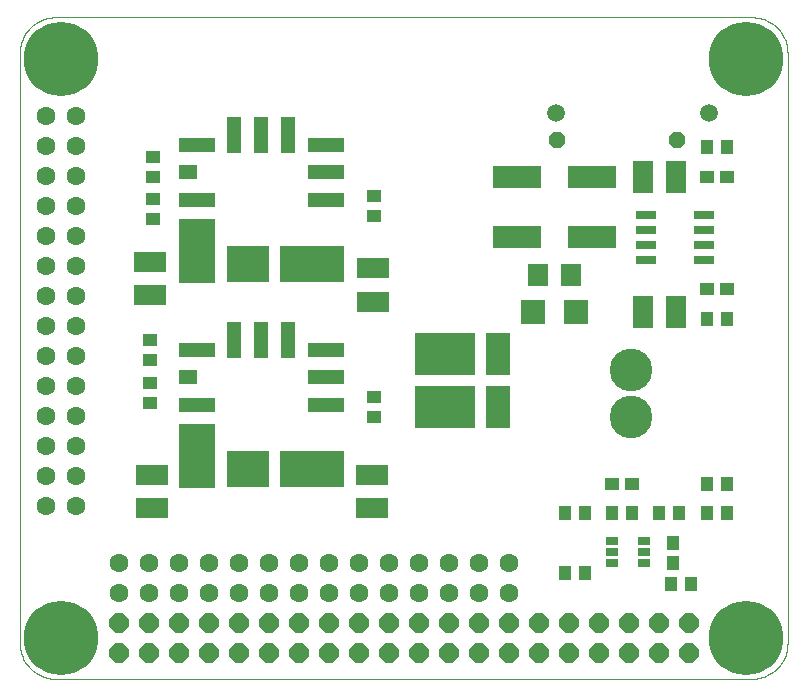
<source format=gts>
G75*
%MOIN*%
%OFA0B0*%
%FSLAX24Y24*%
%IPPOS*%
%LPD*%
%AMOC8*
5,1,8,0,0,1.08239X$1,22.5*
%
%ADD10C,0.0039*%
%ADD11R,0.0678X0.0276*%
%ADD12R,0.0434X0.0473*%
%ADD13OC8,0.0520*%
%ADD14R,0.0670X0.1103*%
%ADD15R,0.0670X0.0749*%
%ADD16R,0.0473X0.0434*%
%ADD17R,0.1615X0.0749*%
%ADD18R,0.0827X0.0827*%
%ADD19R,0.2009X0.1418*%
%ADD20R,0.0827X0.1418*%
%ADD21R,0.1221X0.0512*%
%ADD22R,0.2123X0.1221*%
%ADD23R,0.1414X0.1221*%
%ADD24R,0.1221X0.2123*%
%ADD25R,0.0512X0.1221*%
%ADD26R,0.0631X0.0512*%
%ADD27R,0.1103X0.0670*%
%ADD28C,0.1418*%
%ADD29C,0.2481*%
%ADD30OC8,0.0640*%
%ADD31C,0.0631*%
%ADD32R,0.0434X0.0257*%
%ADD33C,0.0591*%
D10*
X008983Y003305D02*
X008983Y022990D01*
X008985Y023056D01*
X008990Y023122D01*
X009000Y023188D01*
X009013Y023253D01*
X009029Y023317D01*
X009049Y023380D01*
X009073Y023442D01*
X009100Y023502D01*
X009130Y023561D01*
X009164Y023618D01*
X009201Y023673D01*
X009241Y023726D01*
X009283Y023777D01*
X009329Y023825D01*
X009377Y023871D01*
X009428Y023913D01*
X009481Y023953D01*
X009536Y023990D01*
X009593Y024024D01*
X009652Y024054D01*
X009712Y024081D01*
X009774Y024105D01*
X009837Y024125D01*
X009901Y024141D01*
X009966Y024154D01*
X010032Y024164D01*
X010098Y024169D01*
X010164Y024171D01*
X033393Y024171D01*
X033459Y024169D01*
X033525Y024164D01*
X033591Y024154D01*
X033656Y024141D01*
X033720Y024125D01*
X033783Y024105D01*
X033845Y024081D01*
X033905Y024054D01*
X033964Y024024D01*
X034021Y023990D01*
X034076Y023953D01*
X034129Y023913D01*
X034180Y023871D01*
X034228Y023825D01*
X034274Y023777D01*
X034316Y023726D01*
X034356Y023673D01*
X034393Y023618D01*
X034427Y023561D01*
X034457Y023502D01*
X034484Y023442D01*
X034508Y023380D01*
X034528Y023317D01*
X034544Y023253D01*
X034557Y023188D01*
X034567Y023122D01*
X034572Y023056D01*
X034574Y022990D01*
X034574Y003305D01*
X034572Y003239D01*
X034567Y003173D01*
X034557Y003107D01*
X034544Y003042D01*
X034528Y002978D01*
X034508Y002915D01*
X034484Y002853D01*
X034457Y002793D01*
X034427Y002734D01*
X034393Y002677D01*
X034356Y002622D01*
X034316Y002569D01*
X034274Y002518D01*
X034228Y002470D01*
X034180Y002424D01*
X034129Y002382D01*
X034076Y002342D01*
X034021Y002305D01*
X033964Y002271D01*
X033905Y002241D01*
X033845Y002214D01*
X033783Y002190D01*
X033720Y002170D01*
X033656Y002154D01*
X033591Y002141D01*
X033525Y002131D01*
X033459Y002126D01*
X033393Y002124D01*
X010164Y002124D01*
X010098Y002126D01*
X010032Y002131D01*
X009966Y002141D01*
X009901Y002154D01*
X009837Y002170D01*
X009774Y002190D01*
X009712Y002214D01*
X009652Y002241D01*
X009593Y002271D01*
X009536Y002305D01*
X009481Y002342D01*
X009428Y002382D01*
X009377Y002424D01*
X009329Y002470D01*
X009283Y002518D01*
X009241Y002569D01*
X009201Y002622D01*
X009164Y002677D01*
X009130Y002734D01*
X009100Y002793D01*
X009073Y002853D01*
X009049Y002915D01*
X009029Y002978D01*
X009013Y003042D01*
X009000Y003107D01*
X008990Y003173D01*
X008985Y003239D01*
X008983Y003305D01*
D11*
X029851Y016101D03*
X029851Y016601D03*
X029851Y017101D03*
X029851Y017601D03*
X031773Y017601D03*
X031773Y017101D03*
X031773Y016601D03*
X031773Y016101D03*
D12*
X031877Y014132D03*
X032546Y014132D03*
X032546Y008620D03*
X031877Y008620D03*
X031877Y007636D03*
X032546Y007636D03*
X030971Y007636D03*
X030302Y007636D03*
X029397Y007636D03*
X028727Y007636D03*
X027822Y007636D03*
X027153Y007636D03*
X027153Y005667D03*
X027822Y005667D03*
X030696Y005274D03*
X031365Y005274D03*
X030760Y005972D03*
X030760Y006642D03*
X031877Y019840D03*
X032546Y019840D03*
D13*
X030873Y020101D03*
X026873Y020101D03*
D14*
X029761Y018851D03*
X030863Y018851D03*
X030863Y014351D03*
X029761Y014351D03*
D15*
X027363Y015601D03*
X026261Y015601D03*
D16*
X031877Y015116D03*
X032546Y015116D03*
X032546Y018856D03*
X031877Y018856D03*
X020794Y018207D03*
X020794Y017537D03*
X013432Y017459D03*
X013432Y018128D03*
X013432Y018837D03*
X013432Y019506D03*
X013314Y013433D03*
X013314Y012764D03*
X013314Y011981D03*
X013314Y011312D03*
X020794Y011514D03*
X020794Y010844D03*
X028727Y008620D03*
X029397Y008620D03*
D17*
X028062Y016867D03*
X028062Y018836D03*
X025562Y018836D03*
X025562Y016867D03*
D18*
X026103Y014351D03*
X027521Y014351D03*
D19*
X023156Y012951D03*
X023156Y011179D03*
D20*
X024928Y011179D03*
X024928Y012951D03*
D21*
X019189Y013071D03*
X019189Y012169D03*
X019189Y011268D03*
X014874Y011268D03*
X014874Y013071D03*
X014874Y018102D03*
X014874Y019905D03*
X019189Y019905D03*
X019189Y019004D03*
X019189Y018102D03*
D22*
X018738Y015945D03*
X018738Y009110D03*
D23*
X016581Y009110D03*
X016581Y015945D03*
D24*
X014874Y016396D03*
X014874Y009561D03*
D25*
X016130Y013425D03*
X017031Y013425D03*
X017933Y013425D03*
X017933Y020260D03*
X017031Y020260D03*
X016130Y020260D03*
D26*
X014579Y019004D03*
X014579Y012169D03*
D27*
X013338Y014906D03*
X013338Y016009D03*
X020771Y015804D03*
X020771Y014702D03*
X020716Y008914D03*
X020716Y007812D03*
X013393Y007820D03*
X013393Y008922D03*
D28*
X029357Y010858D03*
X029357Y012417D03*
D29*
X033196Y003502D03*
X010361Y003502D03*
X010361Y022793D03*
X033196Y022793D03*
D30*
X031279Y004002D03*
X030279Y004002D03*
X029279Y004002D03*
X028279Y004002D03*
X027279Y004002D03*
X026279Y004002D03*
X025279Y004002D03*
X024279Y004002D03*
X023279Y004002D03*
X022279Y004002D03*
X021279Y004002D03*
X020279Y004002D03*
X019279Y004002D03*
X018279Y004002D03*
X017279Y004002D03*
X016279Y004002D03*
X015279Y004002D03*
X014279Y004002D03*
X013279Y004002D03*
X012279Y004002D03*
X012279Y003002D03*
X013279Y003002D03*
X014279Y003002D03*
X015279Y003002D03*
X016279Y003002D03*
X017279Y003002D03*
X018279Y003002D03*
X019279Y003002D03*
X020279Y003002D03*
X021279Y003002D03*
X022279Y003002D03*
X023279Y003002D03*
X024279Y003002D03*
X025279Y003002D03*
X026279Y003002D03*
X027279Y003002D03*
X028279Y003002D03*
X029279Y003002D03*
X030279Y003002D03*
X031279Y003002D03*
D31*
X025279Y005002D03*
X024279Y005002D03*
X024279Y006002D03*
X025279Y006002D03*
X023279Y006002D03*
X023279Y005002D03*
X022279Y005002D03*
X021279Y005002D03*
X021279Y006002D03*
X022279Y006002D03*
X020279Y006002D03*
X020279Y005002D03*
X019279Y005002D03*
X018279Y005002D03*
X018279Y006002D03*
X019279Y006002D03*
X017279Y006002D03*
X017279Y005002D03*
X016279Y005002D03*
X015279Y005002D03*
X015279Y006002D03*
X016279Y006002D03*
X014279Y006002D03*
X013279Y006002D03*
X013279Y005002D03*
X014279Y005002D03*
X012279Y005002D03*
X012279Y006002D03*
X010861Y007876D03*
X009861Y007876D03*
X009861Y008876D03*
X010861Y008876D03*
X010861Y009876D03*
X009861Y009876D03*
X009861Y010876D03*
X010861Y010876D03*
X010861Y011876D03*
X009861Y011876D03*
X009861Y012876D03*
X010861Y012876D03*
X010861Y013876D03*
X009861Y013876D03*
X009861Y014876D03*
X010861Y014876D03*
X010861Y015876D03*
X009861Y015876D03*
X009861Y016876D03*
X010861Y016876D03*
X010861Y017876D03*
X009861Y017876D03*
X009861Y018876D03*
X010861Y018876D03*
X010861Y019876D03*
X009861Y019876D03*
X009861Y020876D03*
X010861Y020876D03*
D32*
X028727Y006730D03*
X028727Y006356D03*
X028727Y005982D03*
X029790Y005982D03*
X029790Y006356D03*
X029790Y006730D03*
D33*
X031941Y020972D03*
X026872Y020972D03*
M02*

</source>
